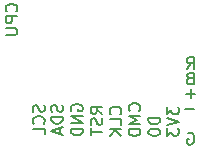
<source format=gbr>
%TF.GenerationSoftware,KiCad,Pcbnew,7.0.2-6a45011f42~172~ubuntu22.04.1*%
%TF.CreationDate,2023-06-03T20:54:13+08:00*%
%TF.ProjectId,fly2040_min,666c7932-3034-4305-9f6d-696e2e6b6963,rev?*%
%TF.SameCoordinates,PX45b6ae0PY2f1c8c0*%
%TF.FileFunction,Legend,Bot*%
%TF.FilePolarity,Positive*%
%FSLAX46Y46*%
G04 Gerber Fmt 4.6, Leading zero omitted, Abs format (unit mm)*
G04 Created by KiCad (PCBNEW 7.0.2-6a45011f42~172~ubuntu22.04.1) date 2023-06-03 20:54:13*
%MOMM*%
%LPD*%
G01*
G04 APERTURE LIST*
%ADD10C,0.150000*%
%ADD11R,1.200000X1.200000*%
%ADD12O,1.000000X1.000000*%
G04 APERTURE END LIST*
D10*
X1822380Y-2819523D02*
X1870000Y-2771904D01*
X1870000Y-2771904D02*
X1917619Y-2629047D01*
X1917619Y-2629047D02*
X1917619Y-2533809D01*
X1917619Y-2533809D02*
X1870000Y-2390952D01*
X1870000Y-2390952D02*
X1774761Y-2295714D01*
X1774761Y-2295714D02*
X1679523Y-2248095D01*
X1679523Y-2248095D02*
X1489047Y-2200476D01*
X1489047Y-2200476D02*
X1346190Y-2200476D01*
X1346190Y-2200476D02*
X1155714Y-2248095D01*
X1155714Y-2248095D02*
X1060476Y-2295714D01*
X1060476Y-2295714D02*
X965238Y-2390952D01*
X965238Y-2390952D02*
X917619Y-2533809D01*
X917619Y-2533809D02*
X917619Y-2629047D01*
X917619Y-2629047D02*
X965238Y-2771904D01*
X965238Y-2771904D02*
X1012857Y-2819523D01*
X1917619Y-3248095D02*
X917619Y-3248095D01*
X917619Y-3248095D02*
X917619Y-3629047D01*
X917619Y-3629047D02*
X965238Y-3724285D01*
X965238Y-3724285D02*
X1012857Y-3771904D01*
X1012857Y-3771904D02*
X1108095Y-3819523D01*
X1108095Y-3819523D02*
X1250952Y-3819523D01*
X1250952Y-3819523D02*
X1346190Y-3771904D01*
X1346190Y-3771904D02*
X1393809Y-3724285D01*
X1393809Y-3724285D02*
X1441428Y-3629047D01*
X1441428Y-3629047D02*
X1441428Y-3248095D01*
X917619Y-4248095D02*
X1727142Y-4248095D01*
X1727142Y-4248095D02*
X1822380Y-4295714D01*
X1822380Y-4295714D02*
X1870000Y-4343333D01*
X1870000Y-4343333D02*
X1917619Y-4438571D01*
X1917619Y-4438571D02*
X1917619Y-4629047D01*
X1917619Y-4629047D02*
X1870000Y-4724285D01*
X1870000Y-4724285D02*
X1822380Y-4771904D01*
X1822380Y-4771904D02*
X1727142Y-4819523D01*
X1727142Y-4819523D02*
X917619Y-4819523D01*
X6485238Y-11231904D02*
X6437619Y-11136666D01*
X6437619Y-11136666D02*
X6437619Y-10993809D01*
X6437619Y-10993809D02*
X6485238Y-10850952D01*
X6485238Y-10850952D02*
X6580476Y-10755714D01*
X6580476Y-10755714D02*
X6675714Y-10708095D01*
X6675714Y-10708095D02*
X6866190Y-10660476D01*
X6866190Y-10660476D02*
X7009047Y-10660476D01*
X7009047Y-10660476D02*
X7199523Y-10708095D01*
X7199523Y-10708095D02*
X7294761Y-10755714D01*
X7294761Y-10755714D02*
X7390000Y-10850952D01*
X7390000Y-10850952D02*
X7437619Y-10993809D01*
X7437619Y-10993809D02*
X7437619Y-11089047D01*
X7437619Y-11089047D02*
X7390000Y-11231904D01*
X7390000Y-11231904D02*
X7342380Y-11279523D01*
X7342380Y-11279523D02*
X7009047Y-11279523D01*
X7009047Y-11279523D02*
X7009047Y-11089047D01*
X7437619Y-11708095D02*
X6437619Y-11708095D01*
X6437619Y-11708095D02*
X7437619Y-12279523D01*
X7437619Y-12279523D02*
X6437619Y-12279523D01*
X7437619Y-12755714D02*
X6437619Y-12755714D01*
X6437619Y-12755714D02*
X6437619Y-12993809D01*
X6437619Y-12993809D02*
X6485238Y-13136666D01*
X6485238Y-13136666D02*
X6580476Y-13231904D01*
X6580476Y-13231904D02*
X6675714Y-13279523D01*
X6675714Y-13279523D02*
X6866190Y-13327142D01*
X6866190Y-13327142D02*
X7009047Y-13327142D01*
X7009047Y-13327142D02*
X7199523Y-13279523D01*
X7199523Y-13279523D02*
X7294761Y-13231904D01*
X7294761Y-13231904D02*
X7390000Y-13136666D01*
X7390000Y-13136666D02*
X7437619Y-12993809D01*
X7437619Y-12993809D02*
X7437619Y-12755714D01*
X4170000Y-10750476D02*
X4217619Y-10893333D01*
X4217619Y-10893333D02*
X4217619Y-11131428D01*
X4217619Y-11131428D02*
X4170000Y-11226666D01*
X4170000Y-11226666D02*
X4122380Y-11274285D01*
X4122380Y-11274285D02*
X4027142Y-11321904D01*
X4027142Y-11321904D02*
X3931904Y-11321904D01*
X3931904Y-11321904D02*
X3836666Y-11274285D01*
X3836666Y-11274285D02*
X3789047Y-11226666D01*
X3789047Y-11226666D02*
X3741428Y-11131428D01*
X3741428Y-11131428D02*
X3693809Y-10940952D01*
X3693809Y-10940952D02*
X3646190Y-10845714D01*
X3646190Y-10845714D02*
X3598571Y-10798095D01*
X3598571Y-10798095D02*
X3503333Y-10750476D01*
X3503333Y-10750476D02*
X3408095Y-10750476D01*
X3408095Y-10750476D02*
X3312857Y-10798095D01*
X3312857Y-10798095D02*
X3265238Y-10845714D01*
X3265238Y-10845714D02*
X3217619Y-10940952D01*
X3217619Y-10940952D02*
X3217619Y-11179047D01*
X3217619Y-11179047D02*
X3265238Y-11321904D01*
X4122380Y-12321904D02*
X4170000Y-12274285D01*
X4170000Y-12274285D02*
X4217619Y-12131428D01*
X4217619Y-12131428D02*
X4217619Y-12036190D01*
X4217619Y-12036190D02*
X4170000Y-11893333D01*
X4170000Y-11893333D02*
X4074761Y-11798095D01*
X4074761Y-11798095D02*
X3979523Y-11750476D01*
X3979523Y-11750476D02*
X3789047Y-11702857D01*
X3789047Y-11702857D02*
X3646190Y-11702857D01*
X3646190Y-11702857D02*
X3455714Y-11750476D01*
X3455714Y-11750476D02*
X3360476Y-11798095D01*
X3360476Y-11798095D02*
X3265238Y-11893333D01*
X3265238Y-11893333D02*
X3217619Y-12036190D01*
X3217619Y-12036190D02*
X3217619Y-12131428D01*
X3217619Y-12131428D02*
X3265238Y-12274285D01*
X3265238Y-12274285D02*
X3312857Y-12321904D01*
X4217619Y-13226666D02*
X4217619Y-12750476D01*
X4217619Y-12750476D02*
X3217619Y-12750476D01*
X16498571Y-8473809D02*
X16355714Y-8521428D01*
X16355714Y-8521428D02*
X16308095Y-8569047D01*
X16308095Y-8569047D02*
X16260476Y-8664285D01*
X16260476Y-8664285D02*
X16260476Y-8807142D01*
X16260476Y-8807142D02*
X16308095Y-8902380D01*
X16308095Y-8902380D02*
X16355714Y-8950000D01*
X16355714Y-8950000D02*
X16450952Y-8997619D01*
X16450952Y-8997619D02*
X16831904Y-8997619D01*
X16831904Y-8997619D02*
X16831904Y-7997619D01*
X16831904Y-7997619D02*
X16498571Y-7997619D01*
X16498571Y-7997619D02*
X16403333Y-8045238D01*
X16403333Y-8045238D02*
X16355714Y-8092857D01*
X16355714Y-8092857D02*
X16308095Y-8188095D01*
X16308095Y-8188095D02*
X16308095Y-8283333D01*
X16308095Y-8283333D02*
X16355714Y-8378571D01*
X16355714Y-8378571D02*
X16403333Y-8426190D01*
X16403333Y-8426190D02*
X16498571Y-8473809D01*
X16498571Y-8473809D02*
X16831904Y-8473809D01*
X16861904Y-11046666D02*
X16100000Y-11046666D01*
X12227380Y-11234523D02*
X12275000Y-11186904D01*
X12275000Y-11186904D02*
X12322619Y-11044047D01*
X12322619Y-11044047D02*
X12322619Y-10948809D01*
X12322619Y-10948809D02*
X12275000Y-10805952D01*
X12275000Y-10805952D02*
X12179761Y-10710714D01*
X12179761Y-10710714D02*
X12084523Y-10663095D01*
X12084523Y-10663095D02*
X11894047Y-10615476D01*
X11894047Y-10615476D02*
X11751190Y-10615476D01*
X11751190Y-10615476D02*
X11560714Y-10663095D01*
X11560714Y-10663095D02*
X11465476Y-10710714D01*
X11465476Y-10710714D02*
X11370238Y-10805952D01*
X11370238Y-10805952D02*
X11322619Y-10948809D01*
X11322619Y-10948809D02*
X11322619Y-11044047D01*
X11322619Y-11044047D02*
X11370238Y-11186904D01*
X11370238Y-11186904D02*
X11417857Y-11234523D01*
X12322619Y-11663095D02*
X11322619Y-11663095D01*
X11322619Y-11663095D02*
X12036904Y-11996428D01*
X12036904Y-11996428D02*
X11322619Y-12329761D01*
X11322619Y-12329761D02*
X12322619Y-12329761D01*
X12322619Y-12805952D02*
X11322619Y-12805952D01*
X11322619Y-12805952D02*
X11322619Y-13044047D01*
X11322619Y-13044047D02*
X11370238Y-13186904D01*
X11370238Y-13186904D02*
X11465476Y-13282142D01*
X11465476Y-13282142D02*
X11560714Y-13329761D01*
X11560714Y-13329761D02*
X11751190Y-13377380D01*
X11751190Y-13377380D02*
X11894047Y-13377380D01*
X11894047Y-13377380D02*
X12084523Y-13329761D01*
X12084523Y-13329761D02*
X12179761Y-13282142D01*
X12179761Y-13282142D02*
X12275000Y-13186904D01*
X12275000Y-13186904D02*
X12322619Y-13044047D01*
X12322619Y-13044047D02*
X12322619Y-12805952D01*
X16951904Y-9776666D02*
X16190000Y-9776666D01*
X16570952Y-10157619D02*
X16570952Y-9395714D01*
X13997619Y-11818095D02*
X12997619Y-11818095D01*
X12997619Y-11818095D02*
X12997619Y-12056190D01*
X12997619Y-12056190D02*
X13045238Y-12199047D01*
X13045238Y-12199047D02*
X13140476Y-12294285D01*
X13140476Y-12294285D02*
X13235714Y-12341904D01*
X13235714Y-12341904D02*
X13426190Y-12389523D01*
X13426190Y-12389523D02*
X13569047Y-12389523D01*
X13569047Y-12389523D02*
X13759523Y-12341904D01*
X13759523Y-12341904D02*
X13854761Y-12294285D01*
X13854761Y-12294285D02*
X13950000Y-12199047D01*
X13950000Y-12199047D02*
X13997619Y-12056190D01*
X13997619Y-12056190D02*
X13997619Y-11818095D01*
X12997619Y-13008571D02*
X12997619Y-13103809D01*
X12997619Y-13103809D02*
X13045238Y-13199047D01*
X13045238Y-13199047D02*
X13092857Y-13246666D01*
X13092857Y-13246666D02*
X13188095Y-13294285D01*
X13188095Y-13294285D02*
X13378571Y-13341904D01*
X13378571Y-13341904D02*
X13616666Y-13341904D01*
X13616666Y-13341904D02*
X13807142Y-13294285D01*
X13807142Y-13294285D02*
X13902380Y-13246666D01*
X13902380Y-13246666D02*
X13950000Y-13199047D01*
X13950000Y-13199047D02*
X13997619Y-13103809D01*
X13997619Y-13103809D02*
X13997619Y-13008571D01*
X13997619Y-13008571D02*
X13950000Y-12913333D01*
X13950000Y-12913333D02*
X13902380Y-12865714D01*
X13902380Y-12865714D02*
X13807142Y-12818095D01*
X13807142Y-12818095D02*
X13616666Y-12770476D01*
X13616666Y-12770476D02*
X13378571Y-12770476D01*
X13378571Y-12770476D02*
X13188095Y-12818095D01*
X13188095Y-12818095D02*
X13092857Y-12865714D01*
X13092857Y-12865714D02*
X13045238Y-12913333D01*
X13045238Y-12913333D02*
X12997619Y-13008571D01*
X16318095Y-13145238D02*
X16413333Y-13097619D01*
X16413333Y-13097619D02*
X16556190Y-13097619D01*
X16556190Y-13097619D02*
X16699047Y-13145238D01*
X16699047Y-13145238D02*
X16794285Y-13240476D01*
X16794285Y-13240476D02*
X16841904Y-13335714D01*
X16841904Y-13335714D02*
X16889523Y-13526190D01*
X16889523Y-13526190D02*
X16889523Y-13669047D01*
X16889523Y-13669047D02*
X16841904Y-13859523D01*
X16841904Y-13859523D02*
X16794285Y-13954761D01*
X16794285Y-13954761D02*
X16699047Y-14050000D01*
X16699047Y-14050000D02*
X16556190Y-14097619D01*
X16556190Y-14097619D02*
X16460952Y-14097619D01*
X16460952Y-14097619D02*
X16318095Y-14050000D01*
X16318095Y-14050000D02*
X16270476Y-14002380D01*
X16270476Y-14002380D02*
X16270476Y-13669047D01*
X16270476Y-13669047D02*
X16460952Y-13669047D01*
X10617380Y-11524523D02*
X10665000Y-11476904D01*
X10665000Y-11476904D02*
X10712619Y-11334047D01*
X10712619Y-11334047D02*
X10712619Y-11238809D01*
X10712619Y-11238809D02*
X10665000Y-11095952D01*
X10665000Y-11095952D02*
X10569761Y-11000714D01*
X10569761Y-11000714D02*
X10474523Y-10953095D01*
X10474523Y-10953095D02*
X10284047Y-10905476D01*
X10284047Y-10905476D02*
X10141190Y-10905476D01*
X10141190Y-10905476D02*
X9950714Y-10953095D01*
X9950714Y-10953095D02*
X9855476Y-11000714D01*
X9855476Y-11000714D02*
X9760238Y-11095952D01*
X9760238Y-11095952D02*
X9712619Y-11238809D01*
X9712619Y-11238809D02*
X9712619Y-11334047D01*
X9712619Y-11334047D02*
X9760238Y-11476904D01*
X9760238Y-11476904D02*
X9807857Y-11524523D01*
X10712619Y-12429285D02*
X10712619Y-11953095D01*
X10712619Y-11953095D02*
X9712619Y-11953095D01*
X10712619Y-12762619D02*
X9712619Y-12762619D01*
X10712619Y-13334047D02*
X10141190Y-12905476D01*
X9712619Y-13334047D02*
X10284047Y-12762619D01*
X5720000Y-10750476D02*
X5767619Y-10893333D01*
X5767619Y-10893333D02*
X5767619Y-11131428D01*
X5767619Y-11131428D02*
X5720000Y-11226666D01*
X5720000Y-11226666D02*
X5672380Y-11274285D01*
X5672380Y-11274285D02*
X5577142Y-11321904D01*
X5577142Y-11321904D02*
X5481904Y-11321904D01*
X5481904Y-11321904D02*
X5386666Y-11274285D01*
X5386666Y-11274285D02*
X5339047Y-11226666D01*
X5339047Y-11226666D02*
X5291428Y-11131428D01*
X5291428Y-11131428D02*
X5243809Y-10940952D01*
X5243809Y-10940952D02*
X5196190Y-10845714D01*
X5196190Y-10845714D02*
X5148571Y-10798095D01*
X5148571Y-10798095D02*
X5053333Y-10750476D01*
X5053333Y-10750476D02*
X4958095Y-10750476D01*
X4958095Y-10750476D02*
X4862857Y-10798095D01*
X4862857Y-10798095D02*
X4815238Y-10845714D01*
X4815238Y-10845714D02*
X4767619Y-10940952D01*
X4767619Y-10940952D02*
X4767619Y-11179047D01*
X4767619Y-11179047D02*
X4815238Y-11321904D01*
X5767619Y-11750476D02*
X4767619Y-11750476D01*
X4767619Y-11750476D02*
X4767619Y-11988571D01*
X4767619Y-11988571D02*
X4815238Y-12131428D01*
X4815238Y-12131428D02*
X4910476Y-12226666D01*
X4910476Y-12226666D02*
X5005714Y-12274285D01*
X5005714Y-12274285D02*
X5196190Y-12321904D01*
X5196190Y-12321904D02*
X5339047Y-12321904D01*
X5339047Y-12321904D02*
X5529523Y-12274285D01*
X5529523Y-12274285D02*
X5624761Y-12226666D01*
X5624761Y-12226666D02*
X5720000Y-12131428D01*
X5720000Y-12131428D02*
X5767619Y-11988571D01*
X5767619Y-11988571D02*
X5767619Y-11750476D01*
X5481904Y-12702857D02*
X5481904Y-13179047D01*
X5767619Y-12607619D02*
X4767619Y-12940952D01*
X4767619Y-12940952D02*
X5767619Y-13274285D01*
X16260476Y-7697619D02*
X16593809Y-7221428D01*
X16831904Y-7697619D02*
X16831904Y-6697619D01*
X16831904Y-6697619D02*
X16450952Y-6697619D01*
X16450952Y-6697619D02*
X16355714Y-6745238D01*
X16355714Y-6745238D02*
X16308095Y-6792857D01*
X16308095Y-6792857D02*
X16260476Y-6888095D01*
X16260476Y-6888095D02*
X16260476Y-7030952D01*
X16260476Y-7030952D02*
X16308095Y-7126190D01*
X16308095Y-7126190D02*
X16355714Y-7173809D01*
X16355714Y-7173809D02*
X16450952Y-7221428D01*
X16450952Y-7221428D02*
X16831904Y-7221428D01*
X9107619Y-11489523D02*
X8631428Y-11156190D01*
X9107619Y-10918095D02*
X8107619Y-10918095D01*
X8107619Y-10918095D02*
X8107619Y-11299047D01*
X8107619Y-11299047D02*
X8155238Y-11394285D01*
X8155238Y-11394285D02*
X8202857Y-11441904D01*
X8202857Y-11441904D02*
X8298095Y-11489523D01*
X8298095Y-11489523D02*
X8440952Y-11489523D01*
X8440952Y-11489523D02*
X8536190Y-11441904D01*
X8536190Y-11441904D02*
X8583809Y-11394285D01*
X8583809Y-11394285D02*
X8631428Y-11299047D01*
X8631428Y-11299047D02*
X8631428Y-10918095D01*
X9060000Y-11870476D02*
X9107619Y-12013333D01*
X9107619Y-12013333D02*
X9107619Y-12251428D01*
X9107619Y-12251428D02*
X9060000Y-12346666D01*
X9060000Y-12346666D02*
X9012380Y-12394285D01*
X9012380Y-12394285D02*
X8917142Y-12441904D01*
X8917142Y-12441904D02*
X8821904Y-12441904D01*
X8821904Y-12441904D02*
X8726666Y-12394285D01*
X8726666Y-12394285D02*
X8679047Y-12346666D01*
X8679047Y-12346666D02*
X8631428Y-12251428D01*
X8631428Y-12251428D02*
X8583809Y-12060952D01*
X8583809Y-12060952D02*
X8536190Y-11965714D01*
X8536190Y-11965714D02*
X8488571Y-11918095D01*
X8488571Y-11918095D02*
X8393333Y-11870476D01*
X8393333Y-11870476D02*
X8298095Y-11870476D01*
X8298095Y-11870476D02*
X8202857Y-11918095D01*
X8202857Y-11918095D02*
X8155238Y-11965714D01*
X8155238Y-11965714D02*
X8107619Y-12060952D01*
X8107619Y-12060952D02*
X8107619Y-12299047D01*
X8107619Y-12299047D02*
X8155238Y-12441904D01*
X8107619Y-12727619D02*
X8107619Y-13299047D01*
X9107619Y-13013333D02*
X8107619Y-13013333D01*
X14567619Y-10912857D02*
X14567619Y-11531904D01*
X14567619Y-11531904D02*
X14948571Y-11198571D01*
X14948571Y-11198571D02*
X14948571Y-11341428D01*
X14948571Y-11341428D02*
X14996190Y-11436666D01*
X14996190Y-11436666D02*
X15043809Y-11484285D01*
X15043809Y-11484285D02*
X15139047Y-11531904D01*
X15139047Y-11531904D02*
X15377142Y-11531904D01*
X15377142Y-11531904D02*
X15472380Y-11484285D01*
X15472380Y-11484285D02*
X15520000Y-11436666D01*
X15520000Y-11436666D02*
X15567619Y-11341428D01*
X15567619Y-11341428D02*
X15567619Y-11055714D01*
X15567619Y-11055714D02*
X15520000Y-10960476D01*
X15520000Y-10960476D02*
X15472380Y-10912857D01*
X14567619Y-11817619D02*
X15567619Y-12150952D01*
X15567619Y-12150952D02*
X14567619Y-12484285D01*
X14567619Y-12722381D02*
X14567619Y-13341428D01*
X14567619Y-13341428D02*
X14948571Y-13008095D01*
X14948571Y-13008095D02*
X14948571Y-13150952D01*
X14948571Y-13150952D02*
X14996190Y-13246190D01*
X14996190Y-13246190D02*
X15043809Y-13293809D01*
X15043809Y-13293809D02*
X15139047Y-13341428D01*
X15139047Y-13341428D02*
X15377142Y-13341428D01*
X15377142Y-13341428D02*
X15472380Y-13293809D01*
X15472380Y-13293809D02*
X15520000Y-13246190D01*
X15520000Y-13246190D02*
X15567619Y-13150952D01*
X15567619Y-13150952D02*
X15567619Y-12865238D01*
X15567619Y-12865238D02*
X15520000Y-12770000D01*
X15520000Y-12770000D02*
X15472380Y-12722381D01*
%LPC*%
D11*
%TO.C,J7*%
X3687500Y-14150000D03*
%TD*%
D12*
%TO.C,J8*%
X17644248Y-7218121D03*
X17644248Y-8488121D03*
X17644248Y-9758121D03*
X17644248Y-11028121D03*
X17644248Y-12298121D03*
X17644248Y-13568121D03*
%TD*%
D11*
%TO.C,J1*%
X1410000Y-1320000D03*
%TD*%
%TO.C,J4*%
X11825000Y-14150000D03*
%TD*%
%TO.C,J2*%
X8570000Y-14150000D03*
%TD*%
%TO.C,J6*%
X5320000Y-14150000D03*
%TD*%
%TO.C,J5*%
X13452500Y-14150000D03*
%TD*%
%TO.C,J9*%
X6942500Y-14150000D03*
%TD*%
%TO.C,J3*%
X10197500Y-14150000D03*
%TD*%
%TO.C,J10*%
X15080000Y-14150000D03*
%TD*%
%LPD*%
M02*

</source>
